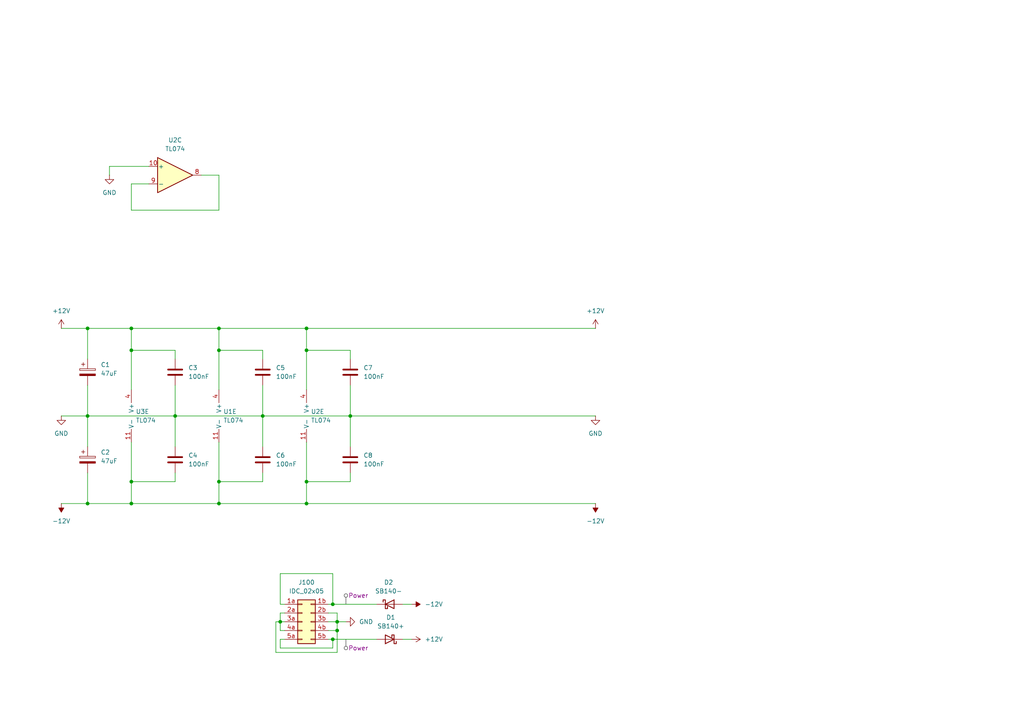
<source format=kicad_sch>
(kicad_sch (version 20250114) (generator "eeschema") (generator_version "9.0")
  (paper "A4")
  (title_block (title "Power Distribution") (company "DMH Instruments") (comment 1 "PCB for 5 cm Kosmo format synthesizer module"))
  (lib_symbols
    (symbol "Amplifier_Operational:TL074" (pin_names (offset 0.127))
      (property "Reference" "U" (at 0 5.08 0))
      (property "Value" "TL074" (at 0 -5.08 0))
      (symbol "TL074_1_1"
        (polyline (pts (xy -5.08 5.08) (xy 5.08 0) (xy -5.08 -5.08) (xy -5.08 5.08)) (stroke (width 0.254)) (fill (type background)))
        (pin input line (at -7.62 2.54 0) (length 2.54) (name "+") (number "3"))
        (pin input line (at -7.62 -2.54 0) (length 2.54) (name "-") (number "2"))
        (pin output line (at 7.62 0 180) (length 2.54) (name "~") (number "1"))
      )
      (symbol "TL074_2_1"
        (polyline (pts (xy -5.08 5.08) (xy 5.08 0) (xy -5.08 -5.08) (xy -5.08 5.08)) (stroke (width 0.254)) (fill (type background)))
        (pin input line (at -7.62 2.54 0) (length 2.54) (name "+") (number "5"))
        (pin input line (at -7.62 -2.54 0) (length 2.54) (name "-") (number "6"))
        (pin output line (at 7.62 0 180) (length 2.54) (name "~") (number "7"))
      )
      (symbol "TL074_3_1"
        (polyline (pts (xy -5.08 5.08) (xy 5.08 0) (xy -5.08 -5.08) (xy -5.08 5.08)) (stroke (width 0.254)) (fill (type background)))
        (pin input line (at -7.62 2.54 0) (length 2.54) (name "+") (number "10"))
        (pin input line (at -7.62 -2.54 0) (length 2.54) (name "-") (number "9"))
        (pin output line (at 7.62 0 180) (length 2.54) (name "~") (number "8"))
      )
      (symbol "TL074_4_1"
        (polyline (pts (xy -5.08 5.08) (xy 5.08 0) (xy -5.08 -5.08) (xy -5.08 5.08)) (stroke (width 0.254)) (fill (type background)))
        (pin input line (at -7.62 2.54 0) (length 2.54) (name "+") (number "12"))
        (pin input line (at -7.62 -2.54 0) (length 2.54) (name "-") (number "13"))
        (pin output line (at 7.62 0 180) (length 2.54) (name "~") (number "14"))
      )
      (symbol "TL074_5_1"
        (pin power_in line (at -2.54 7.62 270) (length 3.81) (name "V+") (number "4"))
        (pin power_in line (at -2.54 -7.62 90) (length 3.81) (name "V-") (number "11"))
      )
    )
    (symbol "Device:C" (pin_numbers (hide yes)) (pin_names (offset 0.254))
      (property "Reference" "C" (at 0.635 2.54 0))
      (property "Value" "C" (at 0.635 -2.54 0))
      (symbol "C_0_1"
        (polyline (pts (xy -2.032 0.762) (xy 2.032 0.762)) (stroke (width 0.508)))
        (polyline (pts (xy -2.032 -0.762) (xy 2.032 -0.762)) (stroke (width 0.508)))
      )
      (symbol "C_1_1"
        (pin passive line (at 0 3.81 270) (length 2.794) (name "~") (number "1"))
        (pin passive line (at 0 -3.81 90) (length 2.794) (name "~") (number "2"))
      )
    )
    (symbol "Device:C_Polarized" (pin_numbers (hide yes)) (pin_names (offset 0.254))
      (property "Reference" "C" (at 0.635 2.54 0))
      (property "Value" "C_Polarized" (at 0.635 -2.54 0))
      (symbol "C_Polarized_0_1"
        (rectangle (start -2.286 0.508) (end 2.286 1.016))
        (polyline (pts (xy -1.778 2.286) (xy -0.762 2.286)))
        (polyline (pts (xy -1.27 2.794) (xy -1.27 1.778)))
        (rectangle (start 2.286 -0.508) (end -2.286 -1.016) (fill (type outline)))
      )
      (symbol "C_Polarized_1_1"
        (pin passive line (at 0 3.81 270) (length 2.794) (name "~") (number "1"))
        (pin passive line (at 0 -3.81 90) (length 2.794) (name "~") (number "2"))
      )
    )
    (symbol "SynthStuff:Eurorack_Power_Connector_10Pin" (pin_names (offset 1.016) (hide yes))
      (property "Reference" "J" (at 0 -10.922 0))
      (property "Value" "IDC_02x05" (at 0 -8.382 0))
      (symbol "Eurorack_Power_Connector_10Pin_1_1"
        (rectangle (start -2.54 6.35) (end 2.54 -6.35) (stroke (width 0.254)) (fill (type background)))
        (rectangle (start -2.54 5.207) (end -1.27 4.953) (stroke (width 0.1524)))
        (rectangle (start -2.54 2.667) (end -1.27 2.413) (stroke (width 0.1524)))
        (rectangle (start -2.54 0.127) (end -1.27 -0.127) (stroke (width 0.1524)))
        (rectangle (start -2.54 -2.413) (end -1.27 -2.667) (stroke (width 0.1524)))
        (rectangle (start -2.54 -4.953) (end -1.27 -5.207) (stroke (width 0.1524)))
        (rectangle (start 2.54 5.207) (end 1.27 4.953) (stroke (width 0.1524)))
        (rectangle (start 2.54 2.667) (end 1.27 2.413) (stroke (width 0.1524)))
        (rectangle (start 2.54 0.127) (end 1.27 -0.127) (stroke (width 0.1524)))
        (rectangle (start 2.54 -2.413) (end 1.27 -2.667) (stroke (width 0.1524)))
        (rectangle (start 2.54 -4.953) (end 1.27 -5.207) (stroke (width 0.1524)))
        (pin power_out line (at -6.35 5.08 0) (length 3.81) (name "Pin_1a") (number "1a"))
        (pin power_out line (at -6.35 2.54 0) (length 3.81) (name "Pin_2a") (number "2a"))
        (pin passive line (at -6.35 0 0) (length 3.81) (name "Pin_3a") (number "3a"))
        (pin passive line (at -6.35 -2.54 0) (length 3.81) (name "Pin_4a") (number "4a"))
        (pin power_out line (at -6.35 -5.08 0) (length 3.81) (name "Pin_5a") (number "5a"))
        (pin passive line (at 6.35 5.08 180) (length 3.81) (name "Pin_1b") (number "1b"))
        (pin passive line (at 6.35 2.54 180) (length 3.81) (name "Pin_2b") (number "2b"))
        (pin passive line (at 6.35 0 180) (length 3.81) (name "Pin_3b") (number "3b"))
        (pin passive line (at 6.35 -2.54 180) (length 3.81) (name "Pin_4b") (number "4b"))
        (pin passive line (at 6.35 -5.08 180) (length 3.81) (name "Pin_5b") (number "5b"))
      )
    )
    (symbol "SynthStuff:Power_Bus_Schotty_+" (pin_numbers (hide yes)) (pin_names (offset 1.016) (hide yes))
      (property "Reference" "D" (at 0 2.54 0))
      (property "Value" "SB140+" (at 0 -2.54 0))
      (symbol "Power_Bus_Schotty_+_0_1"
        (polyline (pts (xy -1.905 0.635) (xy -1.905 1.27) (xy -1.27 1.27) (xy -1.27 -1.27) (xy -0.635 -1.27) (xy -0.635 -0.635)) (stroke (width 0.254)))
        (polyline (pts (xy 1.27 1.27) (xy 1.27 -1.27) (xy -1.27 0) (xy 1.27 1.27)) (stroke (width 0.254)))
        (polyline (pts (xy 1.27 0) (xy -1.27 0)))
      )
      (symbol "Power_Bus_Schotty_+_1_1"
        (pin power_out line (at -3.81 0 0) (length 2.54) (name "K") (number "1"))
        (pin power_in line (at 3.81 0 180) (length 2.54) (name "A") (number "2"))
      )
    )
    (symbol "SynthStuff:Power_Bus_Schotty_-" (pin_numbers (hide yes)) (pin_names (offset 1.016) (hide yes))
      (property "Reference" "D" (at 0 2.54 0))
      (property "Value" "SB140-" (at 0 -2.54 0))
      (symbol "Power_Bus_Schotty_-_0_1"
        (polyline (pts (xy -1.905 0.635) (xy -1.905 1.27) (xy -1.27 1.27) (xy -1.27 -1.27) (xy -0.635 -1.27) (xy -0.635 -0.635)) (stroke (width 0.254)))
        (polyline (pts (xy 1.27 1.27) (xy 1.27 -1.27) (xy -1.27 0) (xy 1.27 1.27)) (stroke (width 0.254)))
        (polyline (pts (xy 1.27 0) (xy -1.27 0)))
      )
      (symbol "Power_Bus_Schotty_-_1_1"
        (pin power_in line (at -3.81 0 0) (length 2.54) (name "K") (number "1"))
        (pin power_out line (at 3.81 0 180) (length 2.54) (name "A") (number "2"))
      )
    )
    (symbol "power:+12V" (power) (pin_numbers (hide yes)) (pin_names (offset 0) (hide yes))
      (property "Value" "+12V" (at 0 3.556 0))
      (symbol "+12V_0_1"
        (polyline (pts (xy -0.762 1.27) (xy 0 2.54)))
        (polyline (pts (xy 0 2.54) (xy 0.762 1.27)))
        (polyline (pts (xy 0 0) (xy 0 2.54)))
      )
      (symbol "+12V_1_1"
        (pin power_in line (at 0 0 90) (length 0) (name "~") (number "1"))
      )
    )
    (symbol "power:-12V" (power) (pin_numbers (hide yes)) (pin_names (offset 0) (hide yes))
      (property "Value" "-12V" (at 0 3.556 0))
      (symbol "-12V_0_0"
        (pin power_in line (at 0 0 90) (length 0) (name "~") (number "1"))
      )
      (symbol "-12V_0_1"
        (polyline (pts (xy 0 0) (xy 0 1.27) (xy 0.762 1.27) (xy 0 2.54) (xy -0.762 1.27) (xy 0 1.27)) (fill (type outline)))
      )
    )
    (symbol "power:GND" (power) (pin_numbers (hide yes)) (pin_names (offset 0) (hide yes))
      (property "Value" "GND" (at 0 -3.81 0))
      (symbol "GND_0_1"
        (polyline (pts (xy 0 0) (xy 0 -1.27) (xy 1.27 -1.27) (xy 0 -2.54) (xy -1.27 -1.27) (xy 0 -1.27)))
      )
      (symbol "GND_1_1"
        (pin power_in line (at 0 0 270) (length 0) (name "~") (number "1"))
      )
    )
  )
  (junction (at 88.9 101.6))
  (junction (at 81.28 180.34))
  (junction (at 63.5 146.05))
  (junction (at 97.79 180.34))
  (junction (at 88.9 139.7))
  (junction (at 88.9 146.05))
  (junction (at 88.9 95.25))
  (junction (at 25.4 120.65))
  (junction (at 38.1 95.25))
  (junction (at 38.1 139.7))
  (junction (at 96.52 175.26))
  (junction (at 76.2 120.65))
  (junction (at 97.79 182.88))
  (junction (at 25.4 146.05))
  (junction (at 38.1 101.6))
  (junction (at 96.52 185.42))
  (junction (at 50.8 120.65))
  (junction (at 63.5 101.6))
  (junction (at 101.6 120.65))
  (junction (at 25.4 95.25))
  (junction (at 63.5 95.25))
  (junction (at 38.1 146.05))
  (junction (at 63.5 139.7))
  (wire (pts (xy 96.52 175.26) (xy 109.22 175.26)))
  (wire (pts (xy 81.28 166.37) (xy 96.52 166.37)))
  (wire (pts (xy 76.2 111.76) (xy 76.2 120.65)))
  (wire (pts (xy 88.9 128.27) (xy 88.9 139.7)))
  (wire (pts (xy 38.1 101.6) (xy 38.1 113.03)))
  (wire (pts (xy 81.28 180.34) (xy 80.01 180.34)))
  (wire (pts (xy 63.5 101.6) (xy 63.5 113.03)))
  (wire (pts (xy 38.1 95.25) (xy 38.1 101.6)))
  (wire (pts (xy 31.75 48.26) (xy 31.75 50.8)))
  (wire (pts (xy 50.8 137.16) (xy 50.8 139.7)))
  (wire (pts (xy 95.25 185.42) (xy 96.52 185.42)))
  (wire (pts (xy 17.78 120.65) (xy 25.4 120.65)))
  (wire (pts (xy 101.6 120.65) (xy 172.72 120.65)))
  (wire (pts (xy 38.1 53.34) (xy 38.1 60.96)))
  (wire (pts (xy 81.28 177.8) (xy 82.55 177.8)))
  (wire (pts (xy 95.25 180.34) (xy 97.79 180.34)))
  (wire (pts (xy 97.79 189.23) (xy 97.79 182.88)))
  (wire (pts (xy 116.84 185.42) (xy 119.38 185.42)))
  (wire (pts (xy 38.1 60.96) (xy 63.5 60.96)))
  (wire (pts (xy 25.4 146.05) (xy 38.1 146.05)))
  (wire (pts (xy 101.6 111.76) (xy 101.6 120.65)))
  (wire (pts (xy 82.55 182.88) (xy 81.28 182.88)))
  (wire (pts (xy 81.28 175.26) (xy 81.28 166.37)))
  (wire (pts (xy 25.4 95.25) (xy 25.4 104.14)))
  (wire (pts (xy 50.8 139.7) (xy 38.1 139.7)))
  (wire (pts (xy 76.2 120.65) (xy 101.6 120.65)))
  (wire (pts (xy 50.8 120.65) (xy 76.2 120.65)))
  (wire (pts (xy 43.18 53.34) (xy 38.1 53.34)))
  (wire (pts (xy 96.52 166.37) (xy 96.52 175.26)))
  (wire (pts (xy 88.9 146.05) (xy 172.72 146.05)))
  (wire (pts (xy 17.78 95.25) (xy 25.4 95.25)))
  (wire (pts (xy 76.2 139.7) (xy 63.5 139.7)))
  (wire (pts (xy 25.4 95.25) (xy 38.1 95.25)))
  (wire (pts (xy 81.28 182.88) (xy 81.28 180.34)))
  (wire (pts (xy 63.5 146.05) (xy 88.9 146.05)))
  (wire (pts (xy 82.55 175.26) (xy 81.28 175.26)))
  (wire (pts (xy 63.5 50.8) (xy 58.42 50.8)))
  (wire (pts (xy 97.79 177.8) (xy 97.79 180.34)))
  (wire (pts (xy 101.6 139.7) (xy 88.9 139.7)))
  (wire (pts (xy 25.4 111.76) (xy 25.4 120.65)))
  (wire (pts (xy 50.8 104.14) (xy 50.8 101.6)))
  (wire (pts (xy 88.9 101.6) (xy 101.6 101.6)))
  (wire (pts (xy 82.55 185.42) (xy 81.28 185.42)))
  (wire (pts (xy 116.84 175.26) (xy 119.38 175.26)))
  (wire (pts (xy 38.1 146.05) (xy 63.5 146.05)))
  (wire (pts (xy 25.4 120.65) (xy 25.4 129.54)))
  (wire (pts (xy 63.5 95.25) (xy 63.5 101.6)))
  (wire (pts (xy 81.28 185.42) (xy 81.28 187.96)))
  (wire (pts (xy 95.25 182.88) (xy 97.79 182.88)))
  (wire (pts (xy 95.25 177.8) (xy 97.79 177.8)))
  (wire (pts (xy 101.6 120.65) (xy 101.6 129.54)))
  (wire (pts (xy 88.9 95.25) (xy 172.72 95.25)))
  (wire (pts (xy 81.28 180.34) (xy 82.55 180.34)))
  (wire (pts (xy 101.6 137.16) (xy 101.6 139.7)))
  (wire (pts (xy 81.28 187.96) (xy 96.52 187.96)))
  (wire (pts (xy 97.79 180.34) (xy 100.33 180.34)))
  (wire (pts (xy 38.1 128.27) (xy 38.1 139.7)))
  (wire (pts (xy 50.8 111.76) (xy 50.8 120.65)))
  (wire (pts (xy 88.9 95.25) (xy 88.9 101.6)))
  (wire (pts (xy 101.6 104.14) (xy 101.6 101.6)))
  (wire (pts (xy 63.5 95.25) (xy 88.9 95.25)))
  (wire (pts (xy 88.9 139.7) (xy 88.9 146.05)))
  (wire (pts (xy 80.01 189.23) (xy 97.79 189.23)))
  (wire (pts (xy 76.2 120.65) (xy 76.2 129.54)))
  (wire (pts (xy 38.1 95.25) (xy 63.5 95.25)))
  (wire (pts (xy 63.5 128.27) (xy 63.5 139.7)))
  (wire (pts (xy 43.18 48.26) (xy 31.75 48.26)))
  (wire (pts (xy 80.01 180.34) (xy 80.01 189.23)))
  (wire (pts (xy 25.4 137.16) (xy 25.4 146.05)))
  (wire (pts (xy 38.1 101.6) (xy 50.8 101.6)))
  (wire (pts (xy 96.52 187.96) (xy 96.52 185.42)))
  (wire (pts (xy 76.2 104.14) (xy 76.2 101.6)))
  (wire (pts (xy 97.79 182.88) (xy 97.79 180.34)))
  (wire (pts (xy 88.9 101.6) (xy 88.9 113.03)))
  (wire (pts (xy 63.5 101.6) (xy 76.2 101.6)))
  (wire (pts (xy 17.78 146.05) (xy 25.4 146.05)))
  (wire (pts (xy 81.28 180.34) (xy 81.28 177.8)))
  (wire (pts (xy 95.25 175.26) (xy 96.52 175.26)))
  (wire (pts (xy 63.5 60.96) (xy 63.5 50.8)))
  (wire (pts (xy 63.5 139.7) (xy 63.5 146.05)))
  (wire (pts (xy 38.1 139.7) (xy 38.1 146.05)))
  (wire (pts (xy 96.52 185.42) (xy 109.22 185.42)))
  (wire (pts (xy 76.2 137.16) (xy 76.2 139.7)))
  (wire (pts (xy 50.8 120.65) (xy 50.8 129.54)))
  (wire (pts (xy 25.4 120.65) (xy 50.8 120.65)))
  (netclass_flag "" (length 2.54) (shape round) (at 100.33 185.42 180) (property "Netclass" "Power" (at 101.0285 187.96 0) (effects (justify left))))
  (netclass_flag "" (length 2.54) (shape round) (at 100.33 175.26 0) (property "Netclass" "Power" (at 101.0285 172.72 0) (effects (justify left))))
  (symbol (lib_id "Device:C") (at 50.8 107.95 0) (unit 1)
    (property "Reference" "C3" (at 54.61 106.6799 0) (effects (justify left)))
    (property "Value" "100nF" (at 54.61 109.2199 0) (effects (justify left)))
    (property "Footprint" "Capacitor_THT:C_Disc_D4.3mm_W1.9mm_P5.00mm" (effects (hide yes)))
    (property "Description" "Unpolarized capacitor" (effects (hide yes)))
  )
  (symbol (lib_id "Amplifier_Operational:TL074") (at 66.04 120.65 0) (unit 5)
    (property "Reference" "U1" (at 64.77 119.3799 0) (effects (justify left)))
    (property "Value" "TL074" (at 64.77 121.9199 0) (effects (justify left)))
    (property "Footprint" "Package_DIP:DIP-14_W7.62mm_Socket" (effects (hide yes)))
    (property "Datasheet" "http://www.ti.com/lit/ds/symlink/tl071.pdf" (effects (hide yes)))
    (property "Description" "Quad Low-Noise JFET-Input Operational Amplifiers, DIP-14/SOIC-14" (effects (hide yes)))
  )
  (symbol (lib_id "Device:C_Polarized") (at 25.4 133.35 0) (unit 1)
    (property "Reference" "C2" (at 29.21 131.1909 0) (effects (justify left)))
    (property "Value" "47uF" (at 29.21 133.7309 0) (effects (justify left)))
    (property "Footprint" "Capacitor_THT:CP_Radial_D5.0mm_P2.00mm" (effects (hide yes)))
    (property "Description" "Polarized capacitor" (effects (hide yes)))
  )
  (symbol (lib_id "power:+12V") (at 17.78 95.25 0) (unit 1)
    (property "Reference" "#PWR013" (effects (hide yes)))
    (property "Value" "+12V" (at 17.78 90.17 0))
    (property "Description" "Power symbol creates a global label with name \"+12V\"" (effects (hide yes)))
  )
  (symbol (lib_id "power:-12V") (at 119.38 175.26 270) (unit 1)
    (property "Reference" "#PWR05" (effects (hide yes)))
    (property "Value" "-12V" (at 123.19 175.2599 90) (effects (justify left)))
    (property "Description" "Power symbol creates a global label with name \"-12V\"" (effects (hide yes)))
  )
  (symbol (lib_id "power:GND") (at 31.75 50.8 0) (unit 1)
    (property "Reference" "#PWR08" (effects (hide yes)))
    (property "Value" "GND" (at 31.75 55.88 0))
    (property "Description" "Power symbol creates a global label with name \"GND\" , ground" (effects (hide yes)))
  )
  (symbol (lib_id "Amplifier_Operational:TL074") (at 50.8 50.8 0) (unit 3)
    (property "Reference" "U2" (at 50.8 40.64 0))
    (property "Value" "TL074" (at 50.8 43.18 0))
    (property "Footprint" "Package_DIP:DIP-14_W7.62mm_Socket" (effects (hide yes)))
    (property "Datasheet" "http://www.ti.com/lit/ds/symlink/tl071.pdf" (effects (hide yes)))
    (property "Description" "Quad Low-Noise JFET-Input Operational Amplifiers, DIP-14/SOIC-14" (effects (hide yes)))
  )
  (symbol (lib_id "power:-12V") (at 17.78 146.05 180) (unit 1)
    (property "Reference" "#PWR017" (effects (hide yes)))
    (property "Value" "-12V" (at 17.78 151.13 0))
    (property "Description" "Power symbol creates a global label with name \"-12V\"" (effects (hide yes)))
  )
  (symbol (lib_id "SynthStuff:Eurorack_Power_Connector_10Pin") (at 88.9 180.34 0) (unit 1)
    (property "Reference" "J100" (at 88.9 168.91 0))
    (property "Value" "IDC_02x05" (at 88.9 171.45 0))
    (property "Footprint" "SynthStuff:IDC-Header_2x05_P2.54mm_Vertical_Eurorack" (effects (hide yes)))
    (property "Description" "IDC jack, 2x5 pins, row a carries same signals as row b." (effects (hide yes)))
  )
  (symbol (lib_id "Device:C") (at 50.8 133.35 0) (unit 1)
    (property "Reference" "C4" (at 54.61 132.0799 0) (effects (justify left)))
    (property "Value" "100nF" (at 54.61 134.6199 0) (effects (justify left)))
    (property "Footprint" "Capacitor_THT:C_Disc_D4.3mm_W1.9mm_P5.00mm" (effects (hide yes)))
    (property "Description" "Unpolarized capacitor" (effects (hide yes)))
  )
  (symbol (lib_id "power:GND") (at 17.78 120.65 0) (unit 1)
    (property "Reference" "#PWR015" (effects (hide yes)))
    (property "Value" "GND" (at 17.78 125.73 0))
    (property "Description" "Power symbol creates a global label with name \"GND\" , ground" (effects (hide yes)))
  )
  (symbol (lib_id "Amplifier_Operational:TL074") (at 40.64 120.65 0) (unit 5)
    (property "Reference" "U3" (at 39.37 119.3799 0) (effects (justify left)))
    (property "Value" "TL074" (at 39.37 121.9199 0) (effects (justify left)))
    (property "Footprint" "Package_DIP:DIP-14_W7.62mm_Socket" (effects (hide yes)))
    (property "Datasheet" "http://www.ti.com/lit/ds/symlink/tl071.pdf" (effects (hide yes)))
    (property "Description" "Quad Low-Noise JFET-Input Operational Amplifiers, DIP-14/SOIC-14" (effects (hide yes)))
  )
  (symbol (lib_id "power:+12V") (at 172.72 95.25 0) (unit 1)
    (property "Reference" "#PWR014" (effects (hide yes)))
    (property "Value" "+12V" (at 172.72 90.17 0))
    (property "Description" "Power symbol creates a global label with name \"+12V\"" (effects (hide yes)))
  )
  (symbol (lib_id "power:GND") (at 172.72 120.65 0) (unit 1)
    (property "Reference" "#PWR016" (effects (hide yes)))
    (property "Value" "GND" (at 172.72 125.73 0))
    (property "Description" "Power symbol creates a global label with name \"GND\" , ground" (effects (hide yes)))
  )
  (symbol (lib_id "SynthStuff:Power_Bus_Schotty_+") (at 113.03 185.42 180) (unit 1)
    (property "Reference" "D1" (at 113.3475 179.07 0))
    (property "Value" "SB140+" (at 113.3475 181.61 0))
    (property "Footprint" "Diode_THT:D_DO-41_SOD81_P10.16mm_Horizontal" (effects (hide yes)))
    (property "Datasheet" "http://www.diodes.com/_files/datasheets/ds23022.pdf" (effects (hide yes)))
    (property "Description" "40V 1A Schottky Barrier Rectifier Diode, DO-41" (effects (hide yes)))
  )
  (symbol (lib_id "Device:C") (at 76.2 133.35 0) (unit 1)
    (property "Reference" "C6" (at 80.01 132.0799 0) (effects (justify left)))
    (property "Value" "100nF" (at 80.01 134.6199 0) (effects (justify left)))
    (property "Footprint" "Capacitor_THT:C_Disc_D4.3mm_W1.9mm_P5.00mm" (effects (hide yes)))
    (property "Description" "Unpolarized capacitor" (effects (hide yes)))
  )
  (symbol (lib_id "Device:C") (at 76.2 107.95 0) (unit 1)
    (property "Reference" "C5" (at 80.01 106.6799 0) (effects (justify left)))
    (property "Value" "100nF" (at 80.01 109.2199 0) (effects (justify left)))
    (property "Footprint" "Capacitor_THT:C_Disc_D4.3mm_W1.9mm_P5.00mm" (effects (hide yes)))
    (property "Description" "Unpolarized capacitor" (effects (hide yes)))
  )
  (symbol (lib_id "Amplifier_Operational:TL074") (at 91.44 120.65 0) (unit 5)
    (property "Reference" "U2" (at 90.17 119.3799 0) (effects (justify left)))
    (property "Value" "TL074" (at 90.17 121.9199 0) (effects (justify left)))
    (property "Footprint" "Package_DIP:DIP-14_W7.62mm_Socket" (effects (hide yes)))
    (property "Datasheet" "http://www.ti.com/lit/ds/symlink/tl071.pdf" (effects (hide yes)))
    (property "Description" "Quad Low-Noise JFET-Input Operational Amplifiers, DIP-14/SOIC-14" (effects (hide yes)))
  )
  (symbol (lib_id "power:+12V") (at 119.38 185.42 270) (unit 1)
    (property "Reference" "#PWR06" (effects (hide yes)))
    (property "Value" "+12V" (at 123.19 185.4199 90) (effects (justify left)))
    (property "Description" "Power symbol creates a global label with name \"+12V\"" (effects (hide yes)))
  )
  (symbol (lib_id "Device:C") (at 101.6 107.95 0) (unit 1)
    (property "Reference" "C7" (at 105.41 106.6799 0) (effects (justify left)))
    (property "Value" "100nF" (at 105.41 109.2199 0) (effects (justify left)))
    (property "Footprint" "Capacitor_THT:C_Disc_D4.3mm_W1.9mm_P5.00mm" (effects (hide yes)))
    (property "Description" "Unpolarized capacitor" (effects (hide yes)))
  )
  (symbol (lib_id "Device:C_Polarized") (at 25.4 107.95 0) (unit 1)
    (property "Reference" "C1" (at 29.21 105.7909 0) (effects (justify left)))
    (property "Value" "47uF" (at 29.21 108.3309 0) (effects (justify left)))
    (property "Footprint" "Capacitor_THT:CP_Radial_D5.0mm_P2.00mm" (effects (hide yes)))
    (property "Description" "Polarized capacitor" (effects (hide yes)))
  )
  (symbol (lib_id "Device:C") (at 101.6 133.35 0) (unit 1)
    (property "Reference" "C8" (at 105.41 132.0799 0) (effects (justify left)))
    (property "Value" "100nF" (at 105.41 134.6199 0) (effects (justify left)))
    (property "Footprint" "Capacitor_THT:C_Disc_D4.3mm_W1.9mm_P5.00mm" (effects (hide yes)))
    (property "Description" "Unpolarized capacitor" (effects (hide yes)))
  )
  (symbol (lib_id "power:-12V") (at 172.72 146.05 180) (unit 1)
    (property "Reference" "#PWR018" (effects (hide yes)))
    (property "Value" "-12V" (at 172.72 151.13 0))
    (property "Description" "Power symbol creates a global label with name \"-12V\"" (effects (hide yes)))
  )
  (symbol (lib_id "SynthStuff:Power_Bus_Schotty_-") (at 113.03 175.26 0) (unit 1)
    (property "Reference" "D2" (at 112.7125 168.91 0))
    (property "Value" "SB140-" (at 112.7125 171.45 0))
    (property "Footprint" "Diode_THT:D_DO-41_SOD81_P10.16mm_Horizontal" (effects (hide yes)))
    (property "Datasheet" "http://www.diodes.com/_files/datasheets/ds23022.pdf" (effects (hide yes)))
    (property "Description" "40V 1A Schottky Barrier Rectifier Diode, DO-41" (effects (hide yes)))
  )
  (symbol (lib_id "power:GND") (at 100.33 180.34 90) (unit 1)
    (property "Reference" "#PWR07" (effects (hide yes)))
    (property "Value" "GND" (at 104.14 180.3399 90) (effects (justify right)))
    (property "Description" "Power symbol creates a global label with name \"GND\" , ground" (effects (hide yes)))
  )
)
</source>
